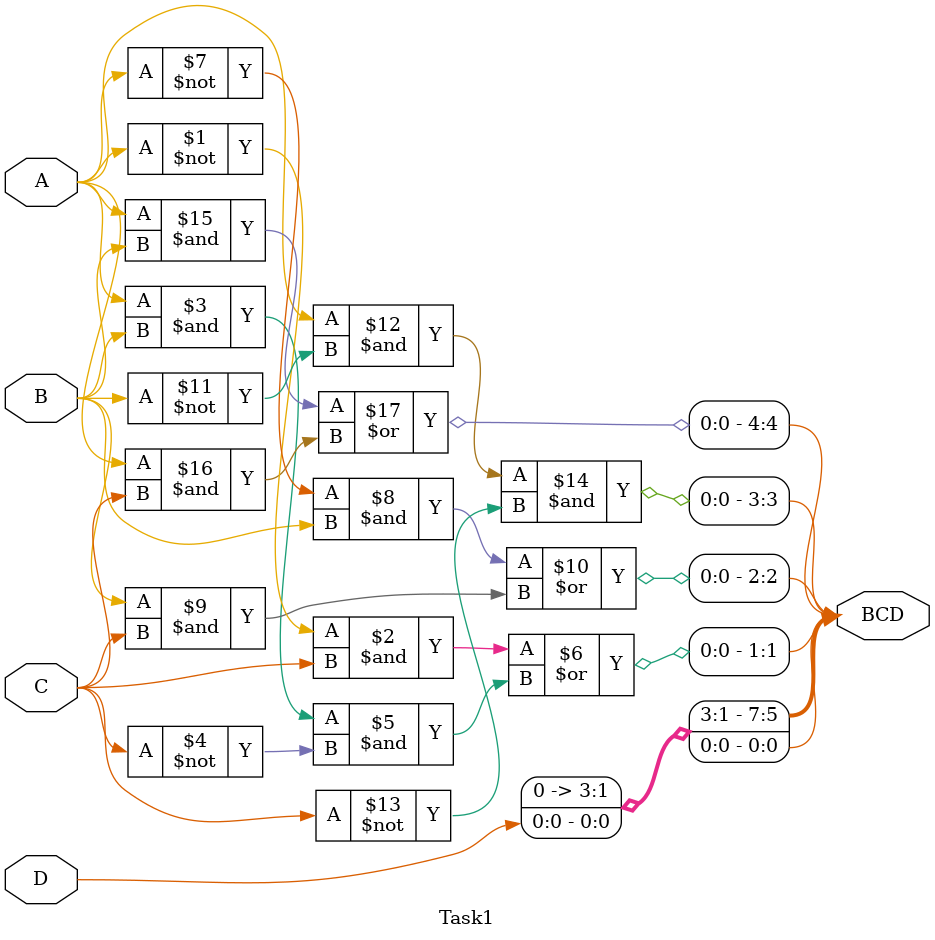
<source format=v>
/* Task1.v
* -------------------
* By: Ahmed Adamjee
* Date: 18th March 2019
*
* Module Description:
* -------------------
* Task 1.
*
* Inputs:
* A MSB
* B
* C
* D LSB
* Outputs:
* BCD
*
*/

module Task1(

  input A,  //LSB
  input B,
  input C,
  input D,  //MSB
  output [7:0] BCD
);

  
  assign BCD[0] = D;
  assign BCD[1] = ((~A)&C)|(A&B&(~C));
  assign BCD[2] = ((~A)&B)|(B&C);
  assign BCD[3] = A&(~B)&(~C);
  assign BCD[4] = (A&B)|(A&C);
  assign BCD[5] = 1'b0;
  assign BCD[6] = 1'b0;
  assign BCD[7] = 1'b0;
  
endmodule 
</source>
